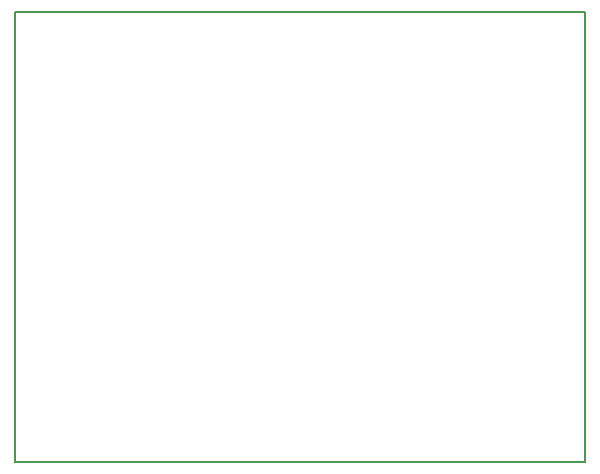
<source format=gm1>
G04 #@! TF.FileFunction,Profile,NP*
%FSLAX46Y46*%
G04 Gerber Fmt 4.6, Leading zero omitted, Abs format (unit mm)*
G04 Created by KiCad (PCBNEW 4.0.6) date 2017 August 25, Friday 18:10:59*
%MOMM*%
%LPD*%
G01*
G04 APERTURE LIST*
%ADD10C,0.100000*%
%ADD11C,0.150000*%
G04 APERTURE END LIST*
D10*
D11*
X154940000Y-144780000D02*
X156972000Y-144780000D01*
X154940000Y-106680000D02*
X154940000Y-144780000D01*
X156972000Y-106680000D02*
X154940000Y-106680000D01*
X203200000Y-144780000D02*
X156972000Y-144780000D01*
X203200000Y-106680000D02*
X203200000Y-144780000D01*
X203200000Y-106680000D02*
X156972000Y-106680000D01*
M02*

</source>
